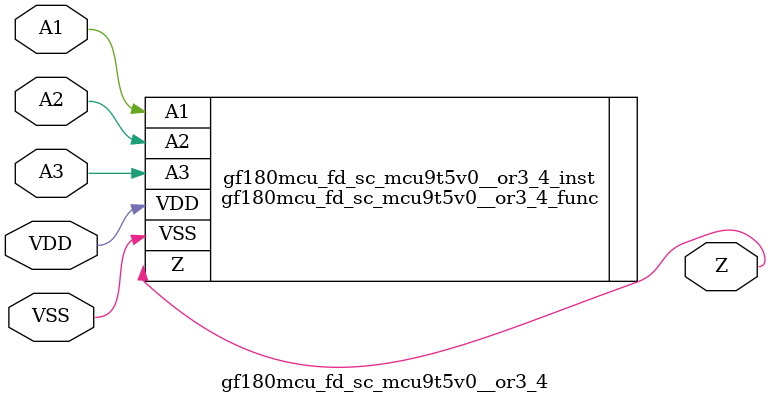
<source format=v>

module gf180mcu_fd_sc_mcu9t5v0__or3_4( A3, A2, A1, Z, VDD, VSS );
input A1, A2, A3;
inout VDD, VSS;
output Z;

   `ifdef FUNCTIONAL  //  functional //

	gf180mcu_fd_sc_mcu9t5v0__or3_4_func gf180mcu_fd_sc_mcu9t5v0__or3_4_behav_inst(.A3(A3),.A2(A2),.A1(A1),.Z(Z),.VDD(VDD),.VSS(VSS));

   `else

	gf180mcu_fd_sc_mcu9t5v0__or3_4_func gf180mcu_fd_sc_mcu9t5v0__or3_4_inst(.A3(A3),.A2(A2),.A1(A1),.Z(Z),.VDD(VDD),.VSS(VSS));

	// spec_gates_begin


	// spec_gates_end



   specify

	// specify_block_begin

	// comb arc A1 --> Z
	 (A1 => Z) = (1.0,1.0);

	// comb arc A2 --> Z
	 (A2 => Z) = (1.0,1.0);

	// comb arc A3 --> Z
	 (A3 => Z) = (1.0,1.0);

	// specify_block_end

   endspecify

   `endif

endmodule

</source>
